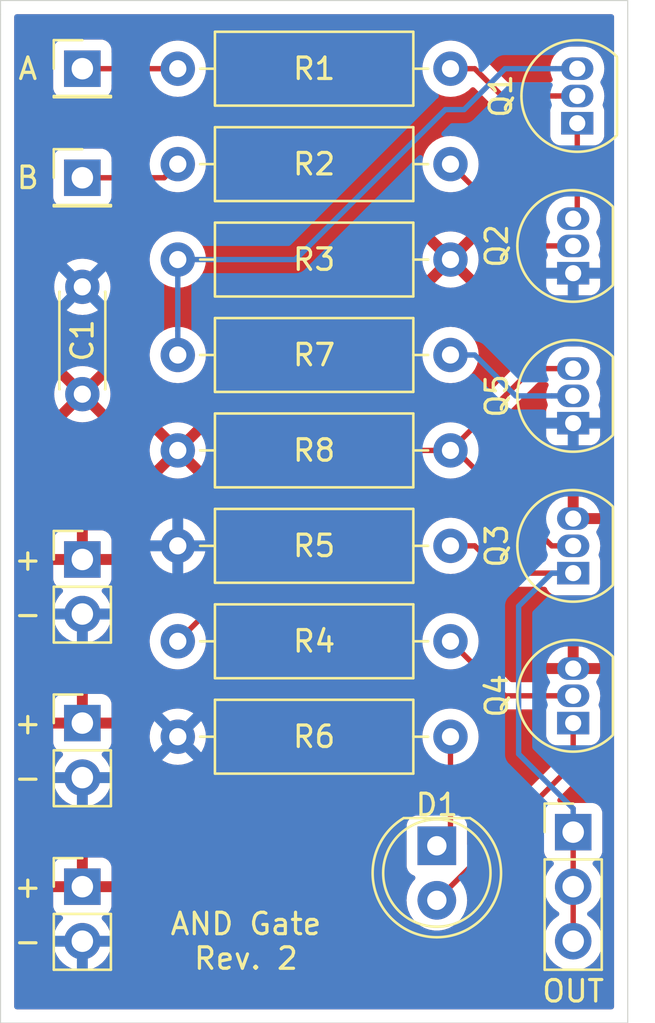
<source format=kicad_pcb>
(kicad_pcb (version 20221018) (generator pcbnew)
  (layers (0 "F.Cu" signal) (31 "B.Cu" signal) (34 "B.Paste" user) (35 "F.Paste" user) (36 "B.SilkS" user "B.Silkscreen") (37 "F.SilkS" user "F.Silkscreen") (38 "B.Mask" user) (39 "F.Mask" user) (44 "Edge.Cuts" user))
  (net 0 "")
  (net 1 "Net-(D1-A)")
  (net 2 "Net-(D1-K)")
  (net 3 "VCC")
  (net 4 "GND")
  (net 5 "Net-(J2-Pin_1)")
  (net 6 "Net-(J3-Pin_1)")
  (net 7 "Net-(J6-Pin_1)")
  (net 8 "Net-(Q1-B)")
  (net 9 "Net-(Q1-C)")
  (net 10 "Net-(Q1-E)")
  (net 11 "Net-(Q2-B)")
  (net 12 "Net-(Q3-B)")
  (net 13 "Net-(Q4-B)")
  (net 14 "Net-(Q5-B)")
  (footprint "Capacitor_THT:C_Disc_D4.3mm_W1.9mm_P5.00mm" (layer "F.Cu") (at 66.675 77.39 90)
    (fp_text reference "C1" (at 2.5 0 90) (layer "F.SilkS"))
    (fp_text value "0.1uF")
    (fp_line (start 0.23 -1.07) (end 0.23 -1.055) (stroke (width 0.12)) (layer "F.SilkS"))
    (fp_line (start 0.23 -1.07) (end 4.77 -1.07) (stroke (width 0.12)) (layer "F.SilkS"))
    (fp_line (start 0.23 1.055) (end 0.23 1.07) (stroke (width 0.12)) (layer "F.SilkS"))
    (fp_line (start 0.23 1.07) (end 4.77 1.07) (stroke (width 0.12)) (layer "F.SilkS"))
    (fp_line (start 4.77 -1.07) (end 4.77 -1.055) (stroke (width 0.12)) (layer "F.SilkS"))
    (fp_line (start 4.77 1.055) (end 4.77 1.07) (stroke (width 0.12)) (layer "F.SilkS"))
    (pad "1" thru_hole circle (at 0 0 90) (size 1.6 1.6) (drill 0.8) (layers "*.Cu" "*.Mask") (net 3 "VCC"))
    (pad "2" thru_hole circle (at 5 0 90) (size 1.6 1.6) (drill 0.8) (layers "*.Cu" "*.Mask") (net 4 "GND"))
  )
  (footprint "LED_THT:LED_D5.0mm" (layer "F.Cu") (at 83.185 98.425 -90)
    (fp_text reference "D1" (at -1.905 0 180) (layer "F.SilkS"))
    (fp_text value "RED")
    (fp_line (start -1.29 -1.545) (end -1.29 1.545) (stroke (width 0.12)) (layer "F.SilkS"))
    (fp_arc (start -1.29 -1.54483) (mid 2.072002 -2.880433) (end 4.26 0.000462) (stroke (width 0.12)) (layer "F.SilkS"))
    (fp_arc (start 4.26 -0.000462) (mid 2.072002 2.880433) (end -1.29 1.54483) (stroke (width 0.12)) (layer "F.SilkS"))
    (fp_circle (center 1.27 0) (end 3.77 0) (stroke (width 0.12)) (fill none) (layer "F.SilkS"))
    (pad "1" thru_hole rect (at 0 0 270) (size 1.8 1.8) (drill 0.9) (layers "*.Cu" "*.Mask") (net 2 "Net-(D1-K)"))
    (pad "2" thru_hole circle (at 2.54 0 270) (size 1.8 1.8) (drill 0.9) (layers "*.Cu" "*.Mask") (net 1 "Net-(D1-A)"))
  )
  (footprint "Connector_PinHeader_2.54mm:PinHeader_1x02_P2.54mm_Vertical" (layer "F.Cu") (at 66.675 85.09)
    (fp_text reference "J1" hide)
    (fp_text value "Power")
    (fp_line (start -1.33 -1.33) (end 0 -1.33) (stroke (width 0.12)) (layer "F.SilkS"))
    (fp_line (start -1.33 0) (end -1.33 -1.33) (stroke (width 0.12)) (layer "F.SilkS"))
    (fp_line (start -1.33 1.27) (end -1.33 3.87) (stroke (width 0.12)) (layer "F.SilkS"))
    (fp_line (start -1.33 1.27) (end 1.33 1.27) (stroke (width 0.12)) (layer "F.SilkS"))
    (fp_line (start -1.33 3.87) (end 1.33 3.87) (stroke (width 0.12)) (layer "F.SilkS"))
    (fp_line (start 1.33 1.27) (end 1.33 3.87) (stroke (width 0.12)) (layer "F.SilkS"))
    (pad "1" thru_hole rect (at 0 0) (size 1.7 1.7) (drill 1) (layers "*.Cu" "*.Mask") (net 3 "VCC"))
    (pad "2" thru_hole oval (at 0 2.54) (size 1.7 1.7) (drill 1) (layers "*.Cu" "*.Mask") (net 4 "GND"))
  )
  (footprint "Connector_PinHeader_2.54mm:PinHeader_1x02_P2.54mm_Vertical" (layer "F.Cu") (at 66.675 92.71)
    (fp_text reference "J4" hide)
    (fp_text value "Power")
    (fp_line (start -1.33 -1.33) (end 0 -1.33) (stroke (width 0.12)) (layer "F.SilkS"))
    (fp_line (start -1.33 0) (end -1.33 -1.33) (stroke (width 0.12)) (layer "F.SilkS"))
    (fp_line (start -1.33 1.27) (end -1.33 3.87) (stroke (width 0.12)) (layer "F.SilkS"))
    (fp_line (start -1.33 1.27) (end 1.33 1.27) (stroke (width 0.12)) (layer "F.SilkS"))
    (fp_line (start -1.33 3.87) (end 1.33 3.87) (stroke (width 0.12)) (layer "F.SilkS"))
    (fp_line (start 1.33 1.27) (end 1.33 3.87) (stroke (width 0.12)) (layer "F.SilkS"))
    (pad "1" thru_hole rect (at 0 0) (size 1.7 1.7) (drill 1) (layers "*.Cu" "*.Mask") (net 3 "VCC"))
    (pad "2" thru_hole oval (at 0 2.54) (size 1.7 1.7) (drill 1) (layers "*.Cu" "*.Mask") (net 4 "GND"))
  )
  (footprint "Package_TO_SOT_THT:TO-92_Inline" (layer "F.Cu") (at 89.725001 64.77 90)
    (fp_text reference "Q1" (at 1.27 -3.56 90) (layer "F.SilkS"))
    (fp_text value "2N2222")
    (fp_line (start -0.53 1.85) (end 3.07 1.85) (stroke (width 0.12)) (layer "F.SilkS"))
    (fp_arc (start -0.568478 1.838478) (mid -1.132087 -0.994977) (end 1.27 -2.6) (stroke (width 0.12)) (layer "F.SilkS"))
    (fp_arc (start 1.27 -2.6) (mid 3.672087 -0.994977) (end 3.108478 1.838478) (stroke (width 0.12)) (layer "F.SilkS"))
    (pad "1" thru_hole rect (at 0 0 90) (size 1.05 1.5) (drill 0.75) (layers "*.Cu" "*.Mask") (net 10 "Net-(Q1-E)"))
    (pad "2" thru_hole oval (at 1.27 0 90) (size 1.05 1.5) (drill 0.75) (layers "*.Cu" "*.Mask") (net 8 "Net-(Q1-B)"))
    (pad "3" thru_hole oval (at 2.54 0 90) (size 1.05 1.5) (drill 0.75) (layers "*.Cu" "*.Mask") (net 9 "Net-(Q1-C)"))
  )
  (footprint "Package_TO_SOT_THT:TO-92_Inline" (layer "F.Cu") (at 89.535 71.755 90)
    (fp_text reference "Q2" (at 1.27 -3.56 90) (layer "F.SilkS"))
    (fp_text value "2N2222")
    (fp_line (start -0.53 1.85) (end 3.07 1.85) (stroke (width 0.12)) (layer "F.SilkS"))
    (fp_arc (start -0.568478 1.838478) (mid -1.132087 -0.994977) (end 1.27 -2.6) (stroke (width 0.12)) (layer "F.SilkS"))
    (fp_arc (start 1.27 -2.6) (mid 3.672087 -0.994977) (end 3.108478 1.838478) (stroke (width 0.12)) (layer "F.SilkS"))
    (pad "1" thru_hole rect (at 0 0 90) (size 1.05 1.5) (drill 0.75) (layers "*.Cu" "*.Mask") (net 4 "GND"))
    (pad "2" thru_hole oval (at 1.27 0 90) (size 1.05 1.5) (drill 0.75) (layers "*.Cu" "*.Mask") (net 11 "Net-(Q2-B)"))
    (pad "3" thru_hole oval (at 2.54 0 90) (size 1.05 1.5) (drill 0.75) (layers "*.Cu" "*.Mask") (net 10 "Net-(Q1-E)"))
  )
  (footprint "Package_TO_SOT_THT:TO-92_Inline" (layer "F.Cu") (at 89.535 85.725 90)
    (fp_text reference "Q3" (at 1.27 -3.56 90) (layer "F.SilkS"))
    (fp_text value "2N2222")
    (fp_line (start -0.53 1.85) (end 3.07 1.85) (stroke (width 0.12)) (layer "F.SilkS"))
    (fp_arc (start -0.568478 1.838478) (mid -1.132087 -0.994977) (end 1.27 -2.6) (stroke (width 0.12)) (layer "F.SilkS"))
    (fp_arc (start 1.27 -2.6) (mid 3.672087 -0.994977) (end 3.108478 1.838478) (stroke (width 0.12)) (layer "F.SilkS"))
    (pad "1" thru_hole rect (at 0 0 90) (size 1.05 1.5) (drill 0.75) (layers "*.Cu" "*.Mask") (net 7 "Net-(J6-Pin_1)"))
    (pad "2" thru_hole oval (at 1.27 0 90) (size 1.05 1.5) (drill 0.75) (layers "*.Cu" "*.Mask") (net 12 "Net-(Q3-B)"))
    (pad "3" thru_hole oval (at 2.54 0 90) (size 1.05 1.5) (drill 0.75) (layers "*.Cu" "*.Mask") (net 3 "VCC"))
  )
  (footprint "Package_TO_SOT_THT:TO-92_Inline" (layer "F.Cu") (at 89.535 92.71 90)
    (fp_text reference "Q4" (at 1.27 -3.56 90) (layer "F.SilkS"))
    (fp_text value "2N2222")
    (fp_line (start -0.53 1.85) (end 3.07 1.85) (stroke (width 0.12)) (layer "F.SilkS"))
    (fp_arc (start -0.568478 1.838478) (mid -1.132087 -0.994977) (end 1.27 -2.6) (stroke (width 0.12)) (layer "F.SilkS"))
    (fp_arc (start 1.27 -2.6) (mid 3.672087 -0.994977) (end 3.108478 1.838478) (stroke (width 0.12)) (layer "F.SilkS"))
    (pad "1" thru_hole rect (at 0 0 90) (size 1.05 1.5) (drill 0.75) (layers "*.Cu" "*.Mask") (net 1 "Net-(D1-A)"))
    (pad "2" thru_hole oval (at 1.27 0 90) (size 1.05 1.5) (drill 0.75) (layers "*.Cu" "*.Mask") (net 13 "Net-(Q4-B)"))
    (pad "3" thru_hole oval (at 2.54 0 90) (size 1.05 1.5) (drill 0.75) (layers "*.Cu" "*.Mask") (net 3 "VCC"))
  )
  (footprint "Resistor_THT:R_Axial_DIN0309_L9.0mm_D3.2mm_P12.70mm_Horizontal" (layer "F.Cu") (at 83.82 62.23 180)
    (fp_text reference "R1" (at 6.35 0) (layer "F.SilkS"))
    (fp_text value "10K")
    (fp_line (start 1.04 0) (end 1.73 0) (stroke (width 0.12)) (layer "F.SilkS"))
    (fp_line (start 1.73 -1.72) (end 1.73 1.72) (stroke (width 0.12)) (layer "F.SilkS"))
    (fp_line (start 1.73 1.72) (end 10.97 1.72) (stroke (width 0.12)) (layer "F.SilkS"))
    (fp_line (start 10.97 -1.72) (end 1.73 -1.72) (stroke (width 0.12)) (layer "F.SilkS"))
    (fp_line (start 10.97 1.72) (end 10.97 -1.72) (stroke (width 0.12)) (layer "F.SilkS"))
    (fp_line (start 11.66 0) (end 10.97 0) (stroke (width 0.12)) (layer "F.SilkS"))
    (pad "1" thru_hole circle (at 0 0 180) (size 1.6 1.6) (drill 0.8) (layers "*.Cu" "*.Mask") (net 8 "Net-(Q1-B)"))
    (pad "2" thru_hole oval (at 12.7 0 180) (size 1.6 1.6) (drill 0.8) (layers "*.Cu" "*.Mask") (net 5 "Net-(J2-Pin_1)"))
  )
  (footprint "Resistor_THT:R_Axial_DIN0309_L9.0mm_D3.2mm_P12.70mm_Horizontal" (layer "F.Cu") (at 83.82 66.675 180)
    (fp_text reference "R2" (at 6.35 0) (layer "F.SilkS"))
    (fp_text value "10K")
    (fp_line (start 1.04 0) (end 1.73 0) (stroke (width 0.12)) (layer "F.SilkS"))
    (fp_line (start 1.73 -1.72) (end 1.73 1.72) (stroke (width 0.12)) (layer "F.SilkS"))
    (fp_line (start 1.73 1.72) (end 10.97 1.72) (stroke (width 0.12)) (layer "F.SilkS"))
    (fp_line (start 10.97 -1.72) (end 1.73 -1.72) (stroke (width 0.12)) (layer "F.SilkS"))
    (fp_line (start 10.97 1.72) (end 10.97 -1.72) (stroke (width 0.12)) (layer "F.SilkS"))
    (fp_line (start 11.66 0) (end 10.97 0) (stroke (width 0.12)) (layer "F.SilkS"))
    (pad "1" thru_hole circle (at 0 0 180) (size 1.6 1.6) (drill 0.8) (layers "*.Cu" "*.Mask") (net 11 "Net-(Q2-B)"))
    (pad "2" thru_hole oval (at 12.7 0 180) (size 1.6 1.6) (drill 0.8) (layers "*.Cu" "*.Mask") (net 6 "Net-(J3-Pin_1)"))
  )
  (footprint "Resistor_THT:R_Axial_DIN0309_L9.0mm_D3.2mm_P12.70mm_Horizontal" (layer "F.Cu") (at 83.82 71.12 180)
    (fp_text reference "R3" (at 6.35 0) (layer "F.SilkS"))
    (fp_text value "1K")
    (fp_line (start 1.04 0) (end 1.73 0) (stroke (width 0.12)) (layer "F.SilkS"))
    (fp_line (start 1.73 -1.72) (end 1.73 1.72) (stroke (width 0.12)) (layer "F.SilkS"))
    (fp_line (start 1.73 1.72) (end 10.97 1.72) (stroke (width 0.12)) (layer "F.SilkS"))
    (fp_line (start 10.97 -1.72) (end 1.73 -1.72) (stroke (width 0.12)) (layer "F.SilkS"))
    (fp_line (start 10.97 1.72) (end 10.97 -1.72) (stroke (width 0.12)) (layer "F.SilkS"))
    (fp_line (start 11.66 0) (end 10.97 0) (stroke (width 0.12)) (layer "F.SilkS"))
    (pad "1" thru_hole circle (at 0 0 180) (size 1.6 1.6) (drill 0.8) (layers "*.Cu" "*.Mask") (net 3 "VCC"))
    (pad "2" thru_hole oval (at 12.7 0 180) (size 1.6 1.6) (drill 0.8) (layers "*.Cu" "*.Mask") (net 9 "Net-(Q1-C)"))
  )
  (footprint "Resistor_THT:R_Axial_DIN0309_L9.0mm_D3.2mm_P12.70mm_Horizontal" (layer "F.Cu") (at 83.82 88.9 180)
    (fp_text reference "R4" (at 6.35 0) (layer "F.SilkS"))
    (fp_text value "10K")
    (fp_line (start 1.04 0) (end 1.73 0) (stroke (width 0.12)) (layer "F.SilkS"))
    (fp_line (start 1.73 -1.72) (end 1.73 1.72) (stroke (width 0.12)) (layer "F.SilkS"))
    (fp_line (start 1.73 1.72) (end 10.97 1.72) (stroke (width 0.12)) (layer "F.SilkS"))
    (fp_line (start 10.97 -1.72) (end 1.73 -1.72) (stroke (width 0.12)) (layer "F.SilkS"))
    (fp_line (start 10.97 1.72) (end 10.97 -1.72) (stroke (width 0.12)) (layer "F.SilkS"))
    (fp_line (start 11.66 0) (end 10.97 0) (stroke (width 0.12)) (layer "F.SilkS"))
    (pad "1" thru_hole circle (at 0 0 180) (size 1.6 1.6) (drill 0.8) (layers "*.Cu" "*.Mask") (net 13 "Net-(Q4-B)"))
    (pad "2" thru_hole oval (at 12.7 0 180) (size 1.6 1.6) (drill 0.8) (layers "*.Cu" "*.Mask") (net 12 "Net-(Q3-B)"))
  )
  (footprint "Resistor_THT:R_Axial_DIN0309_L9.0mm_D3.2mm_P12.70mm_Horizontal" (layer "F.Cu") (at 83.82 84.455 180)
    (fp_text reference "R5" (at 6.35 0) (layer "F.SilkS"))
    (fp_text value "1K")
    (fp_line (start 1.04 0) (end 1.73 0) (stroke (width 0.12)) (layer "F.SilkS"))
    (fp_line (start 1.73 -1.72) (end 1.73 1.72) (stroke (width 0.12)) (layer "F.SilkS"))
    (fp_line (start 1.73 1.72) (end 10.97 1.72) (stroke (width 0.12)) (layer "F.SilkS"))
    (fp_line (start 10.97 -1.72) (end 1.73 -1.72) (stroke (width 0.12)) (layer "F.SilkS"))
    (fp_line (start 10.97 1.72) (end 10.97 -1.72) (stroke (width 0.12)) (layer "F.SilkS"))
    (fp_line (start 11.66 0) (end 10.97 0) (stroke (width 0.12)) (layer "F.SilkS"))
    (pad "1" thru_hole circle (at 0 0 180) (size 1.6 1.6) (drill 0.8) (layers "*.Cu" "*.Mask") (net 7 "Net-(J6-Pin_1)"))
    (pad "2" thru_hole oval (at 12.7 0 180) (size 1.6 1.6) (drill 0.8) (layers "*.Cu" "*.Mask") (net 4 "GND"))
  )
  (footprint "Resistor_THT:R_Axial_DIN0309_L9.0mm_D3.2mm_P12.70mm_Horizontal" (layer "F.Cu") (at 71.12 93.345)
    (fp_text reference "R6" (at 6.35 0) (layer "F.SilkS"))
    (fp_text value "1K")
    (fp_line (start 1.04 0) (end 1.73 0) (stroke (width 0.12)) (layer "F.SilkS"))
    (fp_line (start 1.73 -1.72) (end 1.73 1.72) (stroke (width 0.12)) (layer "F.SilkS"))
    (fp_line (start 1.73 1.72) (end 10.97 1.72) (stroke (width 0.12)) (layer "F.SilkS"))
    (fp_line (start 10.97 -1.72) (end 1.73 -1.72) (stroke (width 0.12)) (layer "F.SilkS"))
    (fp_line (start 10.97 1.72) (end 10.97 -1.72) (stroke (width 0.12)) (layer "F.SilkS"))
    (fp_line (start 11.66 0) (end 10.97 0) (stroke (width 0.12)) (layer "F.SilkS"))
    (pad "1" thru_hole circle (at 0 0) (size 1.6 1.6) (drill 0.8) (layers "*.Cu" "*.Mask") (net 4 "GND"))
    (pad "2" thru_hole oval (at 12.7 0) (size 1.6 1.6) (drill 0.8) (layers "*.Cu" "*.Mask") (net 2 "Net-(D1-K)"))
  )
  (footprint "Package_TO_SOT_THT:TO-92_Inline" (layer "F.Cu") (at 89.535 78.74 90)
    (fp_text reference "Q5" (at 1.27 -3.56 90) (layer "F.SilkS"))
    (fp_text value "2N2222")
    (fp_line (start -0.53 1.85) (end 3.07 1.85) (stroke (width 0.12)) (layer "F.SilkS"))
    (fp_arc (start -0.568478 1.838478) (mid -1.132087 -0.994977) (end 1.27 -2.6) (stroke (width 0.12)) (layer "F.SilkS"))
    (fp_arc (start 1.27 -2.6) (mid 3.672087 -0.994977) (end 3.108478 1.838478) (stroke (width 0.12)) (layer "F.SilkS"))
    (pad "1" thru_hole rect (at 0 0 90) (size 1.05 1.5) (drill 0.75) (layers "*.Cu" "*.Mask") (net 4 "GND"))
    (pad "2" thru_hole oval (at 1.27 0 90) (size 1.05 1.5) (drill 0.75) (layers "*.Cu" "*.Mask") (net 14 "Net-(Q5-B)"))
    (pad "3" thru_hole oval (at 2.54 0 90) (size 1.05 1.5) (drill 0.75) (layers "*.Cu" "*.Mask") (net 12 "Net-(Q3-B)"))
  )
  (footprint "Resistor_THT:R_Axial_DIN0309_L9.0mm_D3.2mm_P12.70mm_Horizontal" (layer "F.Cu") (at 83.82 75.565 180)
    (fp_text reference "R7" (at 6.35 0) (layer "F.SilkS"))
    (fp_text value "10K")
    (fp_line (start 1.04 0) (end 1.73 0) (stroke (width 0.12)) (layer "F.SilkS"))
    (fp_line (start 1.73 -1.72) (end 1.73 1.72) (stroke (width 0.12)) (layer "F.SilkS"))
    (fp_line (start 1.73 1.72) (end 10.97 1.72) (stroke (width 0.12)) (layer "F.SilkS"))
    (fp_line (start 10.97 -1.72) (end 1.73 -1.72) (stroke (width 0.12)) (layer "F.SilkS"))
    (fp_line (start 10.97 1.72) (end 10.97 -1.72) (stroke (width 0.12)) (layer "F.SilkS"))
    (fp_line (start 11.66 0) (end 10.97 0) (stroke (width 0.12)) (layer "F.SilkS"))
    (pad "1" thru_hole circle (at 0 0 180) (size 1.6 1.6) (drill 0.8) (layers "*.Cu" "*.Mask") (net 14 "Net-(Q5-B)"))
    (pad "2" thru_hole oval (at 12.7 0 180) (size 1.6 1.6) (drill 0.8) (layers "*.Cu" "*.Mask") (net 9 "Net-(Q1-C)"))
  )
  (footprint "Resistor_THT:R_Axial_DIN0309_L9.0mm_D3.2mm_P12.70mm_Horizontal" (layer "F.Cu") (at 71.12 80.01)
    (fp_text reference "R8" (at 6.35 0) (layer "F.SilkS"))
    (fp_text value "1K")
    (fp_line (start 1.04 0) (end 1.73 0) (stroke (width 0.12)) (layer "F.SilkS"))
    (fp_line (start 1.73 -1.72) (end 1.73 1.72) (stroke (width 0.12)) (layer "F.SilkS"))
    (fp_line (start 1.73 1.72) (end 10.97 1.72) (stroke (width 0.12)) (layer "F.SilkS"))
    (fp_line (start 10.97 -1.72) (end 1.73 -1.72) (stroke (width 0.12)) (layer "F.SilkS"))
    (fp_line (start 10.97 1.72) (end 10.97 -1.72) (stroke (width 0.12)) (layer "F.SilkS"))
    (fp_line (start 11.66 0) (end 10.97 0) (stroke (width 0.12)) (layer "F.SilkS"))
    (pad "1" thru_hole circle (at 0 0) (size 1.6 1.6) (drill 0.8) (layers "*.Cu" "*.Mask") (net 3 "VCC"))
    (pad "2" thru_hole oval (at 12.7 0) (size 1.6 1.6) (drill 0.8) (layers "*.Cu" "*.Mask") (net 12 "Net-(Q3-B)"))
  )
  (footprint "Connector_PinHeader_2.54mm:PinHeader_1x02_P2.54mm_Vertical" (layer "F.Cu") (at 66.675 100.33)
    (fp_text reference "J5" hide)
    (fp_text value "Power")
    (fp_line (start -1.33 -1.33) (end 0 -1.33) (stroke (width 0.12)) (layer "F.SilkS"))
    (fp_line (start -1.33 0) (end -1.33 -1.33) (stroke (width 0.12)) (layer "F.SilkS"))
    (fp_line (start -1.33 1.27) (end -1.33 3.87) (stroke (width 0.12)) (layer "F.SilkS"))
    (fp_line (start -1.33 1.27) (end 1.33 1.27) (stroke (width 0.12)) (layer "F.SilkS"))
    (fp_line (start -1.33 3.87) (end 1.33 3.87) (stroke (width 0.12)) (layer "F.SilkS"))
    (fp_line (start 1.33 1.27) (end 1.33 3.87) (stroke (width 0.12)) (layer "F.SilkS"))
    (pad "1" thru_hole rect (at 0 0) (size 1.7 1.7) (drill 1) (layers "*.Cu" "*.Mask") (net 3 "VCC"))
    (pad "2" thru_hole oval (at 0 2.54) (size 1.7 1.7) (drill 1) (layers "*.Cu" "*.Mask") (net 4 "GND"))
  )
  (footprint "Connector_PinHeader_2.54mm:PinHeader_1x03_P2.54mm_Vertical" (layer "F.Cu") (at 89.535 97.79)
    (fp_text reference "J6" hide)
    (fp_text value "OUT" (at 0 7.41) (layer "F.SilkS"))
    (fp_line (start -1.33 -1.33) (end 0 -1.33) (stroke (width 0.12)) (layer "F.SilkS"))
    (fp_line (start -1.33 0) (end -1.33 -1.33) (stroke (width 0.12)) (layer "F.SilkS"))
    (fp_line (start -1.33 1.27) (end -1.33 6.41) (stroke (width 0.12)) (layer "F.SilkS"))
    (fp_line (start -1.33 1.27) (end 1.33 1.27) (stroke (width 0.12)) (layer "F.SilkS"))
    (fp_line (start -1.33 6.41) (end 1.33 6.41) (stroke (width 0.12)) (layer "F.SilkS"))
    (fp_line (start 1.33 1.27) (end 1.33 6.41) (stroke (width 0.12)) (layer "F.SilkS"))
    (pad "1" thru_hole rect (at 0 0) (size 1.7 1.7) (drill 1) (layers "*.Cu" "*.Mask") (net 7 "Net-(J6-Pin_1)"))
    (pad "2" thru_hole oval (at 0 2.54) (size 1.7 1.7) (drill 1) (layers "*.Cu" "*.Mask") (net 7 "Net-(J6-Pin_1)"))
    (pad "3" thru_hole oval (at 0 5.08) (size 1.7 1.7) (drill 1) (layers "*.Cu" "*.Mask") (net 7 "Net-(J6-Pin_1)"))
  )
  (footprint "Connector_PinHeader_2.54mm:PinHeader_1x01_P2.54mm_Vertical" (layer "F.Cu") (at 66.675 67.31)
    (fp_text reference "J3" hide)
    (fp_text value "B" (at -2.54 0 180) (layer "F.SilkS"))
    (fp_line (start -1.33 -1.33) (end 0 -1.33) (stroke (width 0.12)) (layer "F.SilkS"))
    (fp_line (start -1.33 0) (end -1.33 -1.33) (stroke (width 0.12)) (layer "F.SilkS"))
    (fp_line (start -1.33 1.27) (end -1.33 1.33) (stroke (width 0.12)) (layer "F.SilkS"))
    (fp_line (start -1.33 1.27) (end 1.33 1.27) (stroke (width 0.12)) (layer "F.SilkS"))
    (fp_line (start -1.33 1.33) (end 1.33 1.33) (stroke (width 0.12)) (layer "F.SilkS"))
    (fp_line (start 1.33 1.27) (end 1.33 1.33) (stroke (width 0.12)) (layer "F.SilkS"))
    (pad "1" thru_hole rect (at 0 0) (size 1.7 1.7) (drill 1) (layers "*.Cu" "*.Mask") (net 6 "Net-(J3-Pin_1)"))
  )
  (footprint "Connector_PinHeader_2.54mm:PinHeader_1x01_P2.54mm_Vertical" (layer "F.Cu") (at 66.675 62.23)
    (fp_text reference "J2" hide)
    (fp_text value "A" (at -2.54 0 180) (layer "F.SilkS"))
    (fp_line (start -1.33 -1.33) (end 0 -1.33) (stroke (width 0.12)) (layer "F.SilkS"))
    (fp_line (start -1.33 0) (end -1.33 -1.33) (stroke (width 0.12)) (layer "F.SilkS"))
    (fp_line (start -1.33 1.27) (end -1.33 1.33) (stroke (width 0.12)) (layer "F.SilkS"))
    (fp_line (start -1.33 1.27) (end 1.33 1.27) (stroke (width 0.12)) (layer "F.SilkS"))
    (fp_line (start -1.33 1.33) (end 1.33 1.33) (stroke (width 0.12)) (layer "F.SilkS"))
    (fp_line (start 1.33 1.27) (end 1.33 1.33) (stroke (width 0.12)) (layer "F.SilkS"))
    (pad "1" thru_hole rect (at 0 0) (size 1.7 1.7) (drill 1) (layers "*.Cu" "*.Mask") (net 5 "Net-(J2-Pin_1)"))
  )
  (gr_line (start 62.865 59.055) (end 62.865 59.69) (stroke (width 0.05)) (layer "Edge.Cuts"))
  (gr_line (start 92.075 106.68) (end 62.865 106.68) (stroke (width 0.05)) (layer "Edge.Cuts"))
  (gr_line (start 92.075 106.68) (end 92.075 59.69) (stroke (width 0.05)) (layer "Edge.Cuts"))
  (gr_line (start 62.865 106.68) (end 62.865 59.69) (stroke (width 0.05)) (layer "Edge.Cuts"))
  (gr_line (start 92.075 59.69) (end 92.075 59.055) (stroke (width 0.05)) (layer "Edge.Cuts"))
  (gr_line (start 92.075 59.055) (end 62.865 59.055) (stroke (width 0.05)) (layer "Edge.Cuts"))
  (gr_text "-" (at 64.135 95.25) (layer "F.SilkS") (effects (font (size 1 1))))
  (gr_text "+" (at 64.135 100.33) (layer "F.SilkS") (effects (font (size 1 1))))
  (gr_text "AND Gate\nRev. 2" (at 74.295 102.87) (layer "F.SilkS") (effects (font (size 1 1))))
  (gr_text "-" (at 64.135 102.87) (layer "F.SilkS") (effects (font (size 1 1))))
  (gr_text "+" (at 64.135 85.09) (layer "F.SilkS") (effects (font (size 1 1))))
  (gr_text "-" (at 64.135 87.63) (layer "F.SilkS") (effects (font (size 1 1))))
  (gr_text "+" (at 64.135 92.71) (layer "F.SilkS") (effects (font (size 1 1))))
  (segment (start 89.535 94.615) (end 89.535 92.71) (width 0.25) (layer "F.Cu") (net 1))
  (segment (start 83.185 100.965) (end 89.535 94.615) (width 0.25) (layer "F.Cu") (net 1))
  (segment (start 83.82 97.79) (end 83.185 98.425) (width 0.25) (layer "F.Cu") (net 2))
  (segment (start 83.82 93.345) (end 83.82 97.79) (width 0.25) (layer "F.Cu") (net 2))
  (segment (start 66.675 62.23) (end 71.12 62.23) (width 0.25) (layer "F.Cu") (net 5))
  (segment (start 70.485 67.31) (end 71.12 66.675) (width 0.25) (layer "F.Cu") (net 6))
  (segment (start 66.675 67.31) (end 70.485 67.31) (width 0.25) (layer "F.Cu") (net 6))
  (segment (start 83.82 84.455) (end 84.95137 84.455) (width 0.25) (layer "F.Cu") (net 7))
  (segment (start 89.535 102.87) (end 89.535 100.33) (width 0.25) (layer "F.Cu") (net 7))
  (segment (start 89.535 100.33) (end 89.535 97.79) (width 0.25) (layer "F.Cu") (net 7))
  (segment (start 84.95137 84.455) (end 86.22137 85.725) (width 0.25) (layer "F.Cu") (net 7))
  (segment (start 88.535 85.725) (end 89.535 85.725) (width 0.25) (layer "F.Cu") (net 7))
  (segment (start 86.22137 85.725) (end 88.535 85.725) (width 0.25) (layer "F.Cu") (net 7))
  (segment (start 86.995 94.15) (end 89.535 96.69) (width 0.25) (layer "B.Cu") (net 7))
  (segment (start 86.995 87.265) (end 86.995 94.15) (width 0.25) (layer "B.Cu") (net 7))
  (segment (start 89.535 96.69) (end 89.535 97.79) (width 0.25) (layer "B.Cu") (net 7))
  (segment (start 88.535 85.725) (end 86.995 87.265) (width 0.25) (layer "B.Cu") (net 7))
  (segment (start 89.535 85.725) (end 88.535 85.725) (width 0.25) (layer "B.Cu") (net 7))
  (segment (start 84.95137 62.23) (end 86.22137 63.5) (width 0.25) (layer "F.Cu") (net 8))
  (segment (start 83.82 62.23) (end 84.95137 62.23) (width 0.25) (layer "F.Cu") (net 8))
  (segment (start 86.22137 63.5) (end 88.725001 63.5) (width 0.25) (layer "F.Cu") (net 8))
  (segment (start 88.725001 63.5) (end 89.725001 63.5) (width 0.25) (layer "F.Cu") (net 8))
  (segment (start 71.12 71.12) (end 76.595002 71.12) (width 0.25) (layer "B.Cu") (net 9))
  (segment (start 71.12 74.43363) (end 71.12 71.12) (width 0.25) (layer "B.Cu") (net 9))
  (segment (start 84.455 64.135) (end 86.36 62.23) (width 0.25) (layer "B.Cu") (net 9))
  (segment (start 71.12 75.565) (end 71.12 74.43363) (width 0.25) (layer "B.Cu") (net 9))
  (segment (start 83.580002 64.135) (end 84.455 64.135) (width 0.25) (layer "B.Cu") (net 9))
  (segment (start 76.595002 71.12) (end 83.580002 64.135) (width 0.25) (layer "B.Cu") (net 9))
  (segment (start 86.36 62.23) (end 88.725001 62.23) (width 0.25) (layer "B.Cu") (net 9))
  (segment (start 88.725001 62.23) (end 89.725001 62.23) (width 0.25) (layer "B.Cu") (net 9))
  (segment (start 89.725001 69.024999) (end 89.535 69.215) (width 0.25) (layer "F.Cu") (net 10))
  (segment (start 89.725001 64.77) (end 89.725001 69.024999) (width 0.25) (layer "F.Cu") (net 10))
  (segment (start 87.63 70.485) (end 89.535 70.485) (width 0.25) (layer "F.Cu") (net 11))
  (segment (start 83.82 66.675) (end 87.63 70.485) (width 0.25) (layer "F.Cu") (net 11))
  (segment (start 83.82 80.01) (end 84.09 80.01) (width 0.25) (layer "F.Cu") (net 12))
  (segment (start 80.01 80.01) (end 71.12 88.9) (width 0.25) (layer "F.Cu") (net 12))
  (segment (start 83.82 80.01) (end 87.63 76.2) (width 0.25) (layer "F.Cu") (net 12))
  (segment (start 88.535 84.455) (end 89.535 84.455) (width 0.25) (layer "F.Cu") (net 12))
  (segment (start 84.09 80.01) (end 88.535 84.455) (width 0.25) (layer "F.Cu") (net 12))
  (segment (start 83.82 80.01) (end 80.01 80.01) (width 0.25) (layer "F.Cu") (net 12))
  (segment (start 87.63 76.2) (end 89.535 76.2) (width 0.25) (layer "F.Cu") (net 12))
  (segment (start 83.82 88.9) (end 86.36 91.44) (width 0.25) (layer "F.Cu") (net 13))
  (segment (start 86.36 91.44) (end 89.535 91.44) (width 0.25) (layer "F.Cu") (net 13))
  (segment (start 83.82 75.565) (end 84.95137 75.565) (width 0.25) (layer "B.Cu") (net 14))
  (segment (start 86.85637 77.47) (end 88.535 77.47) (width 0.25) (layer "B.Cu") (net 14))
  (segment (start 84.95137 75.565) (end 86.85637 77.47) (width 0.25) (layer "B.Cu") (net 14))
  (segment (start 88.535 77.47) (end 89.535 77.47) (width 0.25) (layer "B.Cu") (net 14))
  (zone (net 3) (net_name "VCC") (layer "F.Cu") (connect_pads (clearance 0.508)) (min_thickness 0.254) (fill yes (thermal_gap 0.508) (thermal_bridge_width 0.508))
    (polygon (pts (xy 91.44 106.045) (xy 63.5 106.045) (xy 63.5 59.69) (xy 91.44 59.69)))
  )
  (zone (net 4) (net_name "GND") (layer "B.Cu") (connect_pads (clearance 0.508)) (min_thickness 0.254) (fill yes (thermal_gap 0.508) (thermal_bridge_width 0.508))
    (polygon (pts (xy 91.44 106.045) (xy 63.5 106.045) (xy 63.5 59.69) (xy 91.44 59.69)))
  )
)
</source>
